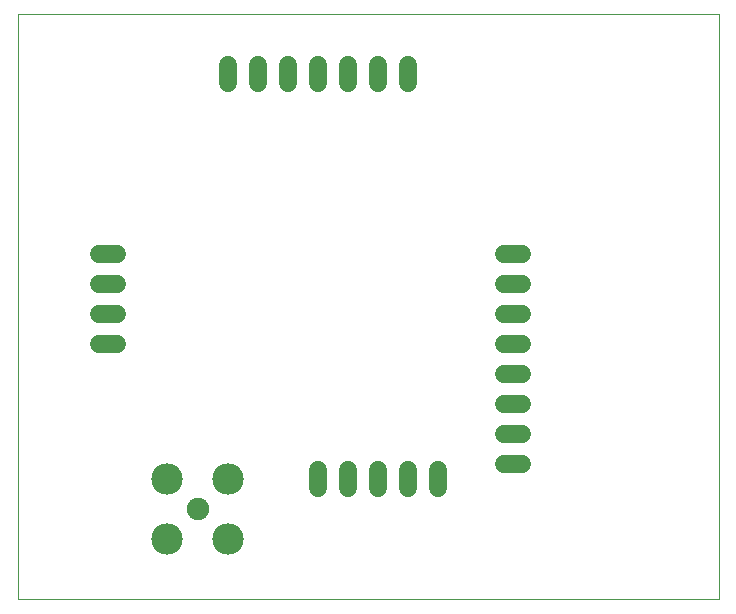
<source format=gbl>
G75*
%MOIN*%
%OFA0B0*%
%FSLAX25Y25*%
%IPPOS*%
%LPD*%
%AMOC8*
5,1,8,0,0,1.08239X$1,22.5*
%
%ADD10C,0.00000*%
%ADD11C,0.06000*%
%ADD12C,0.07500*%
%ADD13C,0.10500*%
D10*
X0001000Y0017069D02*
X0001000Y0212030D01*
X0234701Y0212030D01*
X0234701Y0017069D01*
X0001000Y0017069D01*
D11*
X0028000Y0102069D02*
X0034000Y0102069D01*
X0034000Y0112069D02*
X0028000Y0112069D01*
X0028000Y0122069D02*
X0034000Y0122069D01*
X0034000Y0132069D02*
X0028000Y0132069D01*
X0071000Y0189069D02*
X0071000Y0195069D01*
X0081000Y0195069D02*
X0081000Y0189069D01*
X0091000Y0189069D02*
X0091000Y0195069D01*
X0101000Y0195069D02*
X0101000Y0189069D01*
X0111000Y0189069D02*
X0111000Y0195069D01*
X0121000Y0195069D02*
X0121000Y0189069D01*
X0131000Y0189069D02*
X0131000Y0195069D01*
X0163000Y0132069D02*
X0169000Y0132069D01*
X0169000Y0122069D02*
X0163000Y0122069D01*
X0163000Y0112069D02*
X0169000Y0112069D01*
X0169000Y0102069D02*
X0163000Y0102069D01*
X0163000Y0092069D02*
X0169000Y0092069D01*
X0169000Y0082069D02*
X0163000Y0082069D01*
X0163000Y0072069D02*
X0169000Y0072069D01*
X0169000Y0062069D02*
X0163000Y0062069D01*
X0141000Y0060069D02*
X0141000Y0054069D01*
X0131000Y0054069D02*
X0131000Y0060069D01*
X0121000Y0060069D02*
X0121000Y0054069D01*
X0111000Y0054069D02*
X0111000Y0060069D01*
X0101000Y0060069D02*
X0101000Y0054069D01*
D12*
X0061000Y0047069D03*
D13*
X0050961Y0057108D03*
X0050961Y0037030D03*
X0071039Y0037030D03*
X0071039Y0057108D03*
M02*

</source>
